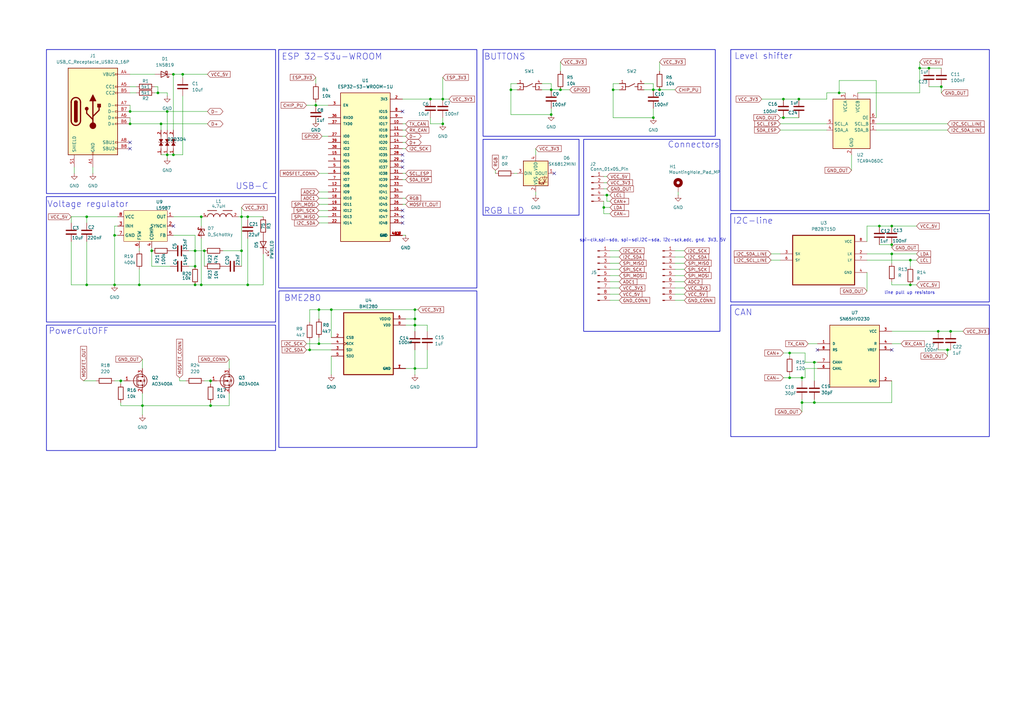
<source format=kicad_sch>
(kicad_sch (version 20231120) (generator "eeschema") (generator_version "8.0")
  (paper "A3")
  (junction (at 57.15 116.84))
  (junction (at 127 143.51))
  (junction (at 373.38 106.68))
  (junction (at 129.54 43.18))
  (junction (at 83.82 102.87))
  (junction (at 99.06 102.87))
  (junction (at 130.81 127))
  (junction (at 80.01 109.22))
  (junction (at 209.55 36.83))
  (junction (at 226.06 36.83))
  (junction (at 49.53 156.21))
  (junction (at 270.51 36.83))
  (junction (at 267.97 48.26))
  (junction (at 386.08 35.56))
  (junction (at 377.19 27.94))
  (junction (at 251.46 36.83))
  (junction (at 328.93 154.94))
  (junction (at 82.55 88.9))
  (junction (at 247.65 85.09))
  (junction (at 74.93 30.48))
  (junction (at 101.6 116.84))
  (junction (at 71.12 30.48))
  (junction (at 99.06 88.9))
  (junction (at 323.85 144.78))
  (junction (at 229.87 36.83))
  (junction (at 181.61 50.8))
  (junction (at 80.01 116.84))
  (junction (at 373.38 116.84))
  (junction (at 365.76 100.33))
  (junction (at 86.36 166.37))
  (junction (at 389.89 135.89))
  (junction (at 86.36 156.21))
  (junction (at 53.34 50.8))
  (junction (at 176.53 40.64))
  (junction (at 226.06 46.99))
  (junction (at 130.81 140.97))
  (junction (at 82.55 116.84))
  (junction (at 360.68 92.71))
  (junction (at 365.76 92.71))
  (junction (at 384.81 135.89))
  (junction (at 365.76 104.14))
  (junction (at 321.31 48.26))
  (junction (at 388.62 143.51))
  (junction (at 101.6 88.9))
  (junction (at 334.01 165.1))
  (junction (at 327.66 40.64))
  (junction (at 248.92 80.01))
  (junction (at 64.77 38.1))
  (junction (at 66.04 50.8))
  (junction (at 46.99 96.52))
  (junction (at 68.58 45.72))
  (junction (at 68.58 63.5))
  (junction (at 170.18 151.13))
  (junction (at 170.18 127))
  (junction (at 35.56 116.84))
  (junction (at 170.18 130.81))
  (junction (at 80.01 102.87))
  (junction (at 58.42 166.37))
  (junction (at 181.61 40.64))
  (junction (at 135.89 127))
  (junction (at 344.17 38.1))
  (junction (at 267.97 36.83))
  (junction (at 46.99 116.84))
  (junction (at 381 27.94))
  (junction (at 71.12 63.5))
  (junction (at 53.34 45.72))
  (junction (at 323.85 154.94))
  (junction (at 334.01 148.59))
  (junction (at 321.31 40.64))
  (junction (at 170.18 133.35))
  (junction (at 35.56 88.9))
  (junction (at 328.93 165.1))
  (junction (at 62.23 102.87))
  (no_connect (at 365.76 143.51))
  (no_connect (at 71.12 92.71))
  (no_connect (at 165.1 63.5))
  (no_connect (at 53.34 58.42))
  (no_connect (at 335.28 143.51))
  (no_connect (at 165.1 86.36))
  (no_connect (at 165.1 88.9))
  (no_connect (at 53.34 60.96))
  (no_connect (at 165.1 66.04))
  (no_connect (at 165.1 68.58))
  (no_connect (at 165.1 45.72))
  (no_connect (at 165.1 91.44))
  (no_connect (at 227.33 71.12))
  (wire (pts (xy 130.81 91.44) (xy 134.62 91.44)))
  (wire (pts (xy 46.99 96.52) (xy 48.26 96.52)))
  (wire (pts (xy 66.04 63.5) (xy 68.58 63.5)))
  (wire (pts (xy 355.6 92.71) (xy 355.6 99.06)))
  (wire (pts (xy 165.1 71.12) (xy 166.37 71.12)))
  (wire (pts (xy 219.71 60.96) (xy 219.71 63.5)))
  (wire (pts (xy 344.17 33.02) (xy 344.17 38.1)))
  (wire (pts (xy 77.47 102.87) (xy 80.01 102.87)))
  (wire (pts (xy 250.19 87.63) (xy 247.65 87.63)))
  (wire (pts (xy 365.76 135.89) (xy 384.81 135.89)))
  (wire (pts (xy 125.73 143.51) (xy 127 143.51)))
  (wire (pts (xy 250.19 102.87) (xy 254 102.87)))
  (wire (pts (xy 35.56 88.9) (xy 48.26 88.9)))
  (wire (pts (xy 248.92 80.01) (xy 250.19 80.01)))
  (wire (pts (xy 86.36 165.1) (xy 86.36 166.37)))
  (wire (pts (xy 93.98 147.32) (xy 93.98 151.13)))
  (wire (pts (xy 339.09 40.64) (xy 339.09 38.1)))
  (wire (pts (xy 99.06 85.09) (xy 99.06 88.9)))
  (wire (pts (xy 62.23 109.22) (xy 69.85 109.22)))
  (wire (pts (xy 360.68 92.71) (xy 365.76 92.71)))
  (wire (pts (xy 254 34.29) (xy 251.46 34.29)))
  (wire (pts (xy 365.76 92.71) (xy 375.92 92.71)))
  (wire (pts (xy 334.01 148.59) (xy 334.01 156.21)))
  (wire (pts (xy 330.2 151.13) (xy 335.28 151.13)))
  (wire (pts (xy 323.85 153.67) (xy 323.85 154.94)))
  (wire (pts (xy 355.6 111.76) (xy 355.6 119.38)))
  (wire (pts (xy 83.82 156.21) (xy 86.36 156.21)))
  (wire (pts (xy 276.86 113.03) (xy 280.67 113.03)))
  (wire (pts (xy 359.41 33.02) (xy 344.17 33.02)))
  (wire (pts (xy 35.56 88.9) (xy 35.56 91.44)))
  (wire (pts (xy 101.6 97.79) (xy 101.6 116.84)))
  (wire (pts (xy 359.41 53.34) (xy 388.62 53.34)))
  (wire (pts (xy 63.5 38.1) (xy 64.77 38.1)))
  (wire (pts (xy 278.13 78.74) (xy 278.13 80.01)))
  (wire (pts (xy 176.53 50.8) (xy 181.61 50.8)))
  (wire (pts (xy 68.58 38.1) (xy 68.58 39.37)))
  (wire (pts (xy 386.08 35.56) (xy 386.08 38.1)))
  (wire (pts (xy 384.81 143.51) (xy 388.62 143.51)))
  (wire (pts (xy 373.38 116.84) (xy 375.92 116.84)))
  (wire (pts (xy 323.85 154.94) (xy 328.93 154.94)))
  (wire (pts (xy 334.01 148.59) (xy 335.28 148.59)))
  (wire (pts (xy 181.61 40.64) (xy 184.15 40.64)))
  (wire (pts (xy 247.65 77.47) (xy 248.92 77.47)))
  (wire (pts (xy 328.93 165.1) (xy 328.93 168.91)))
  (wire (pts (xy 312.42 40.64) (xy 321.31 40.64)))
  (wire (pts (xy 267.97 34.29) (xy 267.97 36.83)))
  (wire (pts (xy 165.1 73.66) (xy 166.37 73.66)))
  (wire (pts (xy 166.37 133.35) (xy 170.18 133.35)))
  (wire (pts (xy 165.1 53.34) (xy 166.37 53.34)))
  (wire (pts (xy 388.62 143.51) (xy 388.62 146.05)))
  (wire (pts (xy 170.18 143.51) (xy 170.18 151.13)))
  (wire (pts (xy 365.76 104.14) (xy 365.76 107.95)))
  (wire (pts (xy 251.46 34.29) (xy 251.46 36.83)))
  (wire (pts (xy 267.97 44.45) (xy 267.97 48.26)))
  (wire (pts (xy 99.06 88.9) (xy 101.6 88.9)))
  (wire (pts (xy 130.81 127) (xy 135.89 127)))
  (wire (pts (xy 226.06 36.83) (xy 229.87 36.83)))
  (wire (pts (xy 175.26 133.35) (xy 175.26 135.89)))
  (wire (pts (xy 86.36 156.21) (xy 86.36 157.48)))
  (wire (pts (xy 68.58 45.72) (xy 68.58 53.34)))
  (wire (pts (xy 46.99 96.52) (xy 46.99 116.84)))
  (wire (pts (xy 127 132.08) (xy 127 127)))
  (wire (pts (xy 130.81 88.9) (xy 134.62 88.9)))
  (wire (pts (xy 330.2 144.78) (xy 330.2 148.59)))
  (wire (pts (xy 101.6 88.9) (xy 107.95 88.9)))
  (wire (pts (xy 381 27.94) (xy 386.08 27.94)))
  (wire (pts (xy 176.53 40.64) (xy 181.61 40.64)))
  (wire (pts (xy 209.55 46.99) (xy 226.06 46.99)))
  (wire (pts (xy 247.65 74.93) (xy 248.92 74.93)))
  (wire (pts (xy 276.86 123.19) (xy 280.67 123.19)))
  (wire (pts (xy 74.93 30.48) (xy 85.09 30.48)))
  (wire (pts (xy 129.54 43.18) (xy 134.62 43.18)))
  (wire (pts (xy 130.81 78.74) (xy 134.62 78.74)))
  (wire (pts (xy 264.16 36.83) (xy 267.97 36.83)))
  (wire (pts (xy 323.85 144.78) (xy 330.2 144.78)))
  (wire (pts (xy 247.65 72.39) (xy 248.92 72.39)))
  (wire (pts (xy 373.38 106.68) (xy 375.92 106.68)))
  (wire (pts (xy 226.06 44.45) (xy 226.06 46.99)))
  (wire (pts (xy 53.34 35.56) (xy 55.88 35.56)))
  (wire (pts (xy 328.93 165.1) (xy 334.01 165.1)))
  (wire (pts (xy 349.25 63.5) (xy 349.25 69.85)))
  (wire (pts (xy 93.98 161.29) (xy 93.98 166.37)))
  (wire (pts (xy 91.44 102.87) (xy 99.06 102.87)))
  (wire (pts (xy 74.93 31.75) (xy 74.93 30.48)))
  (wire (pts (xy 62.23 102.87) (xy 62.23 109.22)))
  (wire (pts (xy 209.55 34.29) (xy 209.55 36.83)))
  (wire (pts (xy 176.53 48.26) (xy 176.53 50.8)))
  (wire (pts (xy 373.38 106.68) (xy 373.38 109.22)))
  (wire (pts (xy 130.81 81.28) (xy 134.62 81.28)))
  (wire (pts (xy 320.04 53.34) (xy 339.09 53.34)))
  (wire (pts (xy 250.19 120.65) (xy 254 120.65)))
  (wire (pts (xy 130.81 86.36) (xy 134.62 86.36)))
  (wire (pts (xy 377.19 27.94) (xy 377.19 38.1)))
  (wire (pts (xy 165.1 83.82) (xy 166.37 83.82)))
  (wire (pts (xy 365.76 156.21) (xy 365.76 165.1)))
  (wire (pts (xy 248.92 80.01) (xy 248.92 82.55)))
  (wire (pts (xy 355.6 104.14) (xy 365.76 104.14)))
  (wire (pts (xy 165.1 55.88) (xy 166.37 55.88)))
  (wire (pts (xy 93.98 166.37) (xy 86.36 166.37)))
  (wire (pts (xy 71.12 88.9) (xy 82.55 88.9)))
  (wire (pts (xy 330.2 154.94) (xy 330.2 151.13)))
  (wire (pts (xy 226.06 34.29) (xy 226.06 36.83)))
  (wire (pts (xy 247.65 85.09) (xy 250.19 85.09)))
  (wire (pts (xy 49.53 166.37) (xy 58.42 166.37)))
  (wire (pts (xy 250.19 118.11) (xy 254 118.11)))
  (wire (pts (xy 334.01 165.1) (xy 365.76 165.1)))
  (wire (pts (xy 127 127) (xy 130.81 127)))
  (wire (pts (xy 276.86 110.49) (xy 280.67 110.49)))
  (wire (pts (xy 165.1 96.52) (xy 166.37 96.52)))
  (wire (pts (xy 77.47 109.22) (xy 80.01 109.22)))
  (wire (pts (xy 222.25 36.83) (xy 226.06 36.83)))
  (wire (pts (xy 320.04 48.26) (xy 321.31 48.26)))
  (wire (pts (xy 276.86 107.95) (xy 280.67 107.95)))
  (wire (pts (xy 170.18 151.13) (xy 170.18 153.67)))
  (wire (pts (xy 229.87 25.4) (xy 229.87 29.21)))
  (wire (pts (xy 58.42 161.29) (xy 58.42 166.37)))
  (wire (pts (xy 170.18 127) (xy 171.45 127)))
  (wire (pts (xy 97.79 88.9) (xy 99.06 88.9)))
  (wire (pts (xy 365.76 115.57) (xy 365.76 116.84)))
  (wire (pts (xy 360.68 100.33) (xy 365.76 100.33)))
  (wire (pts (xy 388.62 143.51) (xy 389.89 143.51)))
  (wire (pts (xy 29.21 88.9) (xy 35.56 88.9)))
  (wire (pts (xy 365.76 116.84) (xy 373.38 116.84)))
  (wire (pts (xy 34.29 156.21) (xy 39.37 156.21)))
  (wire (pts (xy 29.21 88.9) (xy 29.21 91.44)))
  (wire (pts (xy 316.23 106.68) (xy 320.04 106.68)))
  (wire (pts (xy 165.1 58.42) (xy 166.37 58.42)))
  (wire (pts (xy 339.09 38.1) (xy 344.17 38.1)))
  (wire (pts (xy 107.95 116.84) (xy 101.6 116.84)))
  (wire (pts (xy 359.41 48.26) (xy 359.41 33.02)))
  (wire (pts (xy 53.34 45.72) (xy 68.58 45.72)))
  (wire (pts (xy 86.36 166.37) (xy 58.42 166.37)))
  (wire (pts (xy 276.86 115.57) (xy 280.67 115.57)))
  (wire (pts (xy 321.31 154.94) (xy 323.85 154.94)))
  (wire (pts (xy 80.01 102.87) (xy 80.01 109.22)))
  (wire (pts (xy 247.65 82.55) (xy 247.65 85.09)))
  (wire (pts (xy 365.76 104.14) (xy 375.92 104.14)))
  (wire (pts (xy 68.58 45.72) (xy 85.09 45.72)))
  (wire (pts (xy 125.73 43.18) (xy 129.54 43.18)))
  (wire (pts (xy 125.73 140.97) (xy 130.81 140.97)))
  (wire (pts (xy 99.06 88.9) (xy 99.06 102.87)))
  (wire (pts (xy 71.12 30.48) (xy 74.93 30.48)))
  (wire (pts (xy 71.12 30.48) (xy 71.12 53.34)))
  (wire (pts (xy 130.81 71.12) (xy 134.62 71.12)))
  (wire (pts (xy 76.2 156.21) (xy 73.66 156.21)))
  (wire (pts (xy 327.66 40.64) (xy 339.09 40.64)))
  (wire (pts (xy 229.87 36.83) (xy 233.68 36.83)))
  (wire (pts (xy 321.31 144.78) (xy 323.85 144.78)))
  (wire (pts (xy 66.04 50.8) (xy 66.04 53.34)))
  (wire (pts (xy 135.89 146.05) (xy 135.89 153.67)))
  (wire (pts (xy 247.65 85.09) (xy 247.65 87.63)))
  (wire (pts (xy 29.21 99.06) (xy 29.21 116.84)))
  (wire (pts (xy 30.48 71.12) (xy 30.48 68.58)))
  (wire (pts (xy 212.09 34.29) (xy 209.55 34.29)))
  (wire (pts (xy 209.55 36.83) (xy 212.09 36.83)))
  (wire (pts (xy 57.15 116.84) (xy 57.15 110.49)))
  (wire (pts (xy 170.18 135.89) (xy 170.18 133.35)))
  (wire (pts (xy 270.51 25.4) (xy 270.51 29.21)))
  (wire (pts (xy 335.28 140.97) (xy 331.47 140.97)))
  (wire (pts (xy 328.93 163.83) (xy 328.93 165.1)))
  (wire (pts (xy 49.53 165.1) (xy 49.53 166.37)))
  (wire (pts (xy 330.2 148.59) (xy 334.01 148.59)))
  (wire (pts (xy 334.01 163.83) (xy 334.01 165.1)))
  (wire (pts (xy 46.99 156.21) (xy 49.53 156.21)))
  (wire (pts (xy 170.18 127) (xy 170.18 130.81)))
  (wire (pts (xy 250.19 107.95) (xy 254 107.95)))
  (wire (pts (xy 66.04 50.8) (xy 85.09 50.8)))
  (wire (pts (xy 344.17 38.1) (xy 346.71 38.1)))
  (wire (pts (xy 101.6 88.9) (xy 101.6 90.17)))
  (wire (pts (xy 29.21 116.84) (xy 35.56 116.84)))
  (wire (pts (xy 35.56 99.06) (xy 35.56 116.84)))
  (wire (pts (xy 250.19 123.19) (xy 254 123.19)))
  (wire (pts (xy 323.85 144.78) (xy 323.85 146.05)))
  (wire (pts (xy 63.5 35.56) (xy 64.77 35.56)))
  (wire (pts (xy 99.06 102.87) (xy 99.06 109.22)))
  (wire (pts (xy 328.93 154.94) (xy 328.93 156.21)))
  (wire (pts (xy 127 139.7) (xy 127 143.51)))
  (wire (pts (xy 165.1 60.96) (xy 166.37 60.96)))
  (wire (pts (xy 175.26 151.13) (xy 175.26 143.51)))
  (wire (pts (xy 127 143.51) (xy 135.89 143.51)))
  (wire (pts (xy 129.54 50.8) (xy 129.54 49.53)))
  (wire (pts (xy 64.77 35.56) (xy 64.77 38.1)))
  (wire (pts (xy 170.18 130.81) (xy 170.18 133.35)))
  (wire (pts (xy 49.53 156.21) (xy 49.53 157.48)))
  (wire (pts (xy 53.34 48.26) (xy 53.34 50.8)))
  (wire (pts (xy 276.86 118.11) (xy 280.67 118.11)))
  (wire (pts (xy 181.61 31.75) (xy 181.61 40.64)))
  (wire (pts (xy 276.86 105.41) (xy 280.67 105.41)))
  (wire (pts (xy 359.41 50.8) (xy 388.62 50.8)))
  (wire (pts (xy 135.89 138.43) (xy 135.89 127)))
  (wire (pts (xy 165.1 40.64) (xy 176.53 40.64)))
  (wire (pts (xy 46.99 92.71) (xy 46.99 96.52)))
  (wire (pts (xy 181.61 50.8) (xy 181.61 48.26)))
  (wire (pts (xy 53.34 43.18) (xy 53.34 45.72)))
  (wire (pts (xy 68.58 63.5) (xy 68.58 64.77)))
  (wire (pts (xy 219.71 78.74) (xy 219.71 80.01)))
  (wire (pts (xy 351.79 38.1) (xy 377.19 38.1)))
  (wire (pts (xy 80.01 102.87) (xy 83.82 102.87)))
  (wire (pts (xy 166.37 151.13) (xy 170.18 151.13)))
  (wire (pts (xy 166.37 130.81) (xy 170.18 130.81)))
  (wire (pts (xy 250.19 110.49) (xy 254 110.49)))
  (wire (pts (xy 53.34 38.1) (xy 55.88 38.1)))
  (wire (pts (xy 251.46 48.26) (xy 267.97 48.26)))
  (wire (pts (xy 321.31 48.26) (xy 327.66 48.26)))
  (wire (pts (xy 377.19 27.94) (xy 381 27.94)))
  (wire (pts (xy 130.81 140.97) (xy 135.89 140.97)))
  (wire (pts (xy 82.55 97.79) (xy 82.55 116.84)))
  (wire (pts (xy 73.66 156.21) (xy 73.66 154.94)))
  (wire (pts (xy 129.54 31.75) (xy 129.54 34.29)))
  (wire (pts (xy 381 35.56) (xy 386.08 35.56)))
  (wire (pts (xy 107.95 104.14) (xy 107.95 116.84)))
  (wire (pts (xy 276.86 120.65) (xy 280.67 120.65)))
  (wire (pts (xy 68.58 38.1) (xy 64.77 38.1)))
  (wire (pts (xy 250.19 115.57) (xy 254 115.57)))
  (wire (pts (xy 355.6 106.68) (xy 373.38 106.68)))
  (wire (pts (xy 74.93 63.5) (xy 71.12 63.5)))
  (wire (pts (xy 270.51 36.83) (xy 276.86 36.83)))
  (wire (pts (xy 132.08 55.88) (xy 134.62 55.88)))
  (wire (pts (xy 135.89 127) (xy 170.18 127)))
  (wire (pts (xy 48.26 92.71) (xy 46.99 92.71)))
  (wire (pts (xy 355.6 92.71) (xy 360.68 92.71)))
  (wire (pts (xy 250.19 82.55) (xy 248.92 82.55)))
  (wire (pts (xy 130.81 83.82) (xy 134.62 83.82)))
  (wire (pts (xy 250.19 105.41) (xy 254 105.41)))
  (wire (pts (xy 46.99 116.84) (xy 35.56 116.84)))
  (wire (pts (xy 58.42 166.37) (xy 58.42 170.18)))
  (wire (pts (xy 276.86 102.87) (xy 280.67 102.87)))
  (wire (pts (xy 251.46 36.83) (xy 254 36.83)))
  (wire (pts (xy 267.97 36.83) (xy 270.51 36.83)))
  (wire (pts (xy 170.18 133.35) (xy 175.26 133.35)))
  (wire (pts (xy 83.82 102.87) (xy 83.82 109.22)))
  (wire (pts (xy 222.25 34.29) (xy 226.06 34.29)))
  (wire (pts (xy 250.19 113.03) (xy 254 113.03)))
  (wire (pts (xy 170.18 151.13) (xy 175.26 151.13)))
  (wire (pts (xy 74.93 39.37) (xy 74.93 63.5)))
  (wire (pts (xy 321.31 40.64) (xy 327.66 40.64)))
  (wire (pts (xy 320.04 50.8) (xy 339.09 50.8)))
  (wire (pts (xy 210.82 71.12) (xy 212.09 71.12)))
  (wire (pts (xy 365.76 100.33) (xy 365.76 101.6)))
  (wire (pts (xy 53.34 50.8) (xy 66.04 50.8)))
  (wire (pts (xy 46.99 116.84) (xy 57.15 116.84)))
  (wire (pts (xy 165.1 81.28) (xy 166.37 81.28)))
  (wire (pts (xy 209.55 36.83) (xy 209.55 46.99)))
  (wire (pts (xy 377.19 25.4) (xy 377.19 27.94)))
  (wire (pts (xy 129.54 41.91) (xy 129.54 43.18)))
  (wire (pts (xy 130.81 130.81) (xy 130.81 127)))
  (wire (pts (xy 49.53 156.21) (xy 50.8 156.21)))
  (wire (pts (xy 53.34 30.48) (xy 63.5 30.48)))
  (wire (pts (xy 38.1 71.12) (xy 38.1 68.58)))
  (wire (pts (xy 130.81 138.43) (xy 130.81 140.97)))
  (wire (pts (xy 328.93 154.94) (xy 330.2 154.94)))
  (wire (pts (xy 62.23 101.6) (xy 62.23 102.87)))
  (wire (pts (xy 389.89 135.89) (xy 394.97 135.89)))
  (wire (pts (xy 58.42 147.32) (xy 58.42 151.13)))
  (wire (pts (xy 80.01 96.52) (xy 71.12 96.52)))
  (wire (pts (xy 384.81 135.89) (xy 389.89 135.89)))
  (wire (pts (xy 57.15 116.84) (xy 80.01 116.84)))
  (wire (pts (xy 82.55 88.9) (xy 82.55 92.71)))
  (wire (pts (xy 80.01 96.52) (xy 80.01 102.87)))
  (wire (pts (xy 57.15 101.6) (xy 57.15 102.87)))
  (wire (pts (xy 251.46 36.83) (xy 251.46 48.26)))
  (wire (pts (xy 68.58 63.5) (xy 71.12 63.5)))
  (wire (pts (xy 264.16 34.29) (xy 267.97 34.29)))
  (wire (pts (xy 165.1 50.8) (xy 166.37 50.8)))
  (wire (pts (xy 101.6 116.84) (xy 82.55 116.84)))
  (wire (pts (xy 365.76 140.97) (xy 369.57 140.97)))
  (wire (pts (xy 80.01 116.84) (xy 82.55 116.84)))
  (wire (pts (xy 203.2 69.85) (xy 203.2 71.12)))
  (wire (pts (xy 316.23 104.14) (xy 320.04 104.14)))
  (wire (pts (xy 247.65 80.01) (xy 248.92 80.01)))
  (rectangle (start 114.3565 119.3101) (end 195.58 183.515) (stroke (width 0.254)))
  (rectangle (start 299.72 20.32) (end 405.765 86.36) (stroke (width 0.254)))
  (rectangle (start 198.12 20.32) (end 293.37 55.88) (stroke (width 0.254)))
  (rectangle (start 299.72 125.095) (end 405.765 179.07) (stroke (width 0.254)))
  (rectangle (start 239.395 57.15) (end 295.275 135.89) (stroke (width 0.254)))
  (rectangle (start 299.72 87.63) (end 405.765 123.825) (stroke (width 0.254)))
  (rectangle (start 19.05 133.35) (end 113.03 184.785) (stroke (width 0.254)))
  (rectangle (start 19.05 20.32) (end 113.03 79.375) (stroke (width 0.254)))
  (rectangle (start 19.05 80.645) (end 113.03 132.08) (stroke (width 0.254)))
  (rectangle (start 198.12 57.15) (end 237.49 88.265) (stroke (width 0.254)))
  (rectangle (start 114.3 20.32) (end 195.58 118.11) (stroke (width 0.254)))
  (text "Connectors\n" (at 284.48 59.436 0) (effects (font (size 2.54 2.54))))
  (text "Level shifter\n\n" (at 313.182 25.146 0) (effects (font (size 2.54 2.54))))
  (text "CAN\n" (at 304.8 128.27 0) (effects (font (size 2.54 2.54))))
  (text "BME280" (at 124.1355 122.3581 0) (effects (font (size 2.54 2.54))))
  (text "line pull up resistors\n" (at 373.126 120.142 0) (effects (font (size 1.27 1.27))))
  (text "Voltage regulator\n" (at 36.068 83.82 0) (effects (font (size 2.54 2.54))))
  (text "USB-C\n" (at 103.378 76.454 0) (effects (font (size 2.54 2.54))))
  (text "spi-clk,spi-sdo, spi-sdi,i2C-sda, i2c-sck,adc, gnd, 3V3, 5V\n" (at 267.716 98.552 0) (effects (font (size 1.27 1.27))))
  (text "RGB LED\n" (at 206.756 86.614 0) (effects (font (size 2.54 2.54))))
  (text "PowerCutOFF\n" (at 32.258 135.89 0) (effects (font (size 2.54 2.54))))
  (text "ESP 32-S3u-WROOM" (at 136.144 23.368 0) (effects (font (size 2.54 2.54))))
  (text "BUTTONS\n" (at 207.01 23.368 0) (effects (font (size 2.54 2.54))))
  (text "I2C-line\n" (at 308.864 90.678 0) (effects (font (size 2.54 2.54))))
  (global_label "GND_OUT" (shape input) (at 328.93 168.91 180) (property "Intersheetrefs" "${INTERSHEET_REFS}" (effects (hide yes))))
  (global_label "VCC_3V3" (shape input) (at 254 118.11 0) (property "Intersheetrefs" "${INTERSHEET_REFS}" (effects (hide yes))))
  (global_label "LDA" (shape input) (at 250.19 85.09 0) (property "Intersheetrefs" "${INTERSHEET_REFS}" (effects (hide yes))))
  (global_label "MOSFET_CONN" (shape input) (at 73.66 154.94 90) (property "Intersheetrefs" "${INTERSHEET_REFS}" (effects (hide yes))))
  (global_label "I2C_SDA" (shape input) (at 254 105.41 0) (property "Intersheetrefs" "${INTERSHEET_REFS}" (effects (hide yes))))
  (global_label "SPI_SCK" (shape input) (at 254 110.49 0) (property "Intersheetrefs" "${INTERSHEET_REFS}" (effects (hide yes))))
  (global_label "GND_CONN" (shape input) (at 93.98 147.32 180) (property "Intersheetrefs" "${INTERSHEET_REFS}" (effects (hide yes))))
  (global_label "GND_OUT" (shape input) (at 248.92 77.47 0) (property "Intersheetrefs" "${INTERSHEET_REFS}" (effects (hide yes))))
  (global_label "VCC_3V3" (shape input) (at 99.06 85.09 0) (property "Intersheetrefs" "${INTERSHEET_REFS}" (effects (hide yes))))
  (global_label "RGB" (shape input) (at 203.2 69.85 90) (property "Intersheetrefs" "${INTERSHEET_REFS}" (effects (hide yes))))
  (global_label "MOSFET_OUT" (shape input) (at 34.29 156.21 90) (property "Intersheetrefs" "${INTERSHEET_REFS}" (effects (hide yes))))
  (global_label "GND_OUT" (shape input) (at 388.62 146.05 180) (property "Intersheetrefs" "${INTERSHEET_REFS}" (effects (hide yes))))
  (global_label "I2C_SDA_LINE" (shape input) (at 388.62 53.34 0) (property "Intersheetrefs" "${INTERSHEET_REFS}" (effects (hide yes))))
  (global_label "VCC_3V3" (shape input) (at 184.15 40.64 0) (property "Intersheetrefs" "${INTERSHEET_REFS}" (effects (hide yes))))
  (global_label "VCC_3V3" (shape input) (at 270.51 25.4 0) (property "Intersheetrefs" "${INTERSHEET_REFS}" (effects (hide yes))))
  (global_label "VCC_5V" (shape input) (at 85.09 30.48 0) (property "Intersheetrefs" "${INTERSHEET_REFS}" (effects (hide yes))))
  (global_label "ADC2" (shape input) (at 130.81 78.74 180) (property "Intersheetrefs" "${INTERSHEET_REFS}" (effects (hide yes))))
  (global_label "D-" (shape bidirectional) (at 166.37 55.88 0) (property "Intersheetrefs" "${INTERSHEET_REFS}" (effects (hide yes))))
  (global_label "VCC_3V3" (shape input) (at 171.45 127 0) (property "Intersheetrefs" "${INTERSHEET_REFS}" (effects (hide yes))))
  (global_label "VCC_5V" (shape input) (at 375.92 116.84 0) (property "Intersheetrefs" "${INTERSHEET_REFS}" (effects (hide yes))))
  (global_label "I2C_SDA" (shape input) (at 280.67 105.41 0) (property "Intersheetrefs" "${INTERSHEET_REFS}" (effects (hide yes))))
  (global_label "RGB" (shape input) (at 166.37 81.28 0) (property "Intersheetrefs" "${INTERSHEET_REFS}" (effects (hide yes))))
  (global_label "D+" (shape bidirectional) (at 166.37 58.42 0) (property "Intersheetrefs" "${INTERSHEET_REFS}" (effects (hide yes))))
  (global_label "GND_OUT" (shape input) (at 365.76 101.6 0) (property "Intersheetrefs" "${INTERSHEET_REFS}" (effects (hide yes))))
  (global_label "I2C_SDA" (shape input) (at 125.73 143.51 180) (property "Intersheetrefs" "${INTERSHEET_REFS}" (effects (hide yes))))
  (global_label "CAN-" (shape input) (at 250.19 87.63 0) (property "Intersheetrefs" "${INTERSHEET_REFS}" (effects (hide yes))))
  (global_label "CAN-" (shape input) (at 321.31 154.94 180) (property "Intersheetrefs" "${INTERSHEET_REFS}" (effects (hide yes))))
  (global_label "GND_OUT" (shape input) (at 320.04 48.26 180) (property "Intersheetrefs" "${INTERSHEET_REFS}" (effects (hide yes))))
  (global_label "GPIO0" (shape input) (at 233.68 36.83 0) (property "Intersheetrefs" "${INTERSHEET_REFS}" (effects (hide yes))))
  (global_label "GND_OUT" (shape input) (at 58.42 147.32 180) (property "Intersheetrefs" "${INTERSHEET_REFS}" (effects (hide yes))))
  (global_label "VCC_3V3" (shape input) (at 394.97 135.89 0) (property "Intersheetrefs" "${INTERSHEET_REFS}" (effects (hide yes))))
  (global_label "VCC_3V3" (shape input) (at 229.87 25.4 0) (property "Intersheetrefs" "${INTERSHEET_REFS}" (effects (hide yes))))
  (global_label "ADC2" (shape input) (at 280.67 115.57 0) (property "Intersheetrefs" "${INTERSHEET_REFS}" (effects (hide yes))))
  (global_label "GND_CONN" (shape input) (at 280.67 123.19 0) (property "Intersheetrefs" "${INTERSHEET_REFS}" (effects (hide yes))))
  (global_label "GPIO0" (shape input) (at 132.08 55.88 180) (property "Intersheetrefs" "${INTERSHEET_REFS}" (effects (hide yes))))
  (global_label "VCC_3V3" (shape input) (at 248.92 74.93 0) (property "Intersheetrefs" "${INTERSHEET_REFS}" (effects (hide yes))))
  (global_label "SCL_ESP" (shape input) (at 320.04 50.8 180) (property "Intersheetrefs" "${INTERSHEET_REFS}" (effects (hide yes))))
  (global_label "RX_CAN" (shape input) (at 166.37 53.34 0) (property "Intersheetrefs" "${INTERSHEET_REFS}" (effects (hide yes))))
  (global_label "I2C_SCK" (shape input) (at 166.37 60.96 0) (property "Intersheetrefs" "${INTERSHEET_REFS}" (effects (hide yes))))
  (global_label "I2C_SCK" (shape input) (at 280.67 102.87 0) (property "Intersheetrefs" "${INTERSHEET_REFS}" (effects (hide yes))))
  (global_label "SPI_MISO" (shape input) (at 130.81 88.9 180) (property "Intersheetrefs" "${INTERSHEET_REFS}" (effects (hide yes))))
  (global_label "ESP_3V3" (shape input) (at 129.54 31.75 180) (property "Intersheetrefs" "${INTERSHEET_REFS}" (effects (hide yes))))
  (global_label "VCC_3V3" (shape input) (at 280.67 118.11 0) (property "Intersheetrefs" "${INTERSHEET_REFS}" (effects (hide yes))))
  (global_label "SDA_ESP" (shape input) (at 320.04 53.34 180) (property "Intersheetrefs" "${INTERSHEET_REFS}" (effects (hide yes))))
  (global_label "I2C_SCK" (shape input) (at 254 102.87 0) (property "Intersheetrefs" "${INTERSHEET_REFS}" (effects (hide yes))))
  (global_label "D-" (shape bidirectional) (at 85.09 45.72 0) (property "Intersheetrefs" "${INTERSHEET_REFS}" (effects (hide yes))))
  (global_label "LCL" (shape input) (at 375.92 106.68 0) (property "Intersheetrefs" "${INTERSHEET_REFS}" (effects (hide yes))))
  (global_label "SCL_ESP" (shape input) (at 166.37 71.12 0) (property "Intersheetrefs" "${INTERSHEET_REFS}" (effects (hide yes))))
  (global_label "GND_OUT" (shape input) (at 386.08 38.1 0) (property "Intersheetrefs" "${INTERSHEET_REFS}" (effects (hide yes))))
  (global_label "VCC_3V3" (shape input) (at 312.42 40.64 180) (property "Intersheetrefs" "${INTERSHEET_REFS}" (effects (hide yes))))
  (global_label "LCL" (shape input) (at 250.19 80.01 0) (property "Intersheetrefs" "${INTERSHEET_REFS}" (effects (hide yes))))
  (global_label "ADC1" (shape input) (at 130.81 81.28 180) (property "Intersheetrefs" "${INTERSHEET_REFS}" (effects (hide yes))))
  (global_label "VCC_5V" (shape input) (at 280.67 120.65 0) (property "Intersheetrefs" "${INTERSHEET_REFS}" (effects (hide yes))))
  (global_label "SPI_MISO" (shape input) (at 280.67 107.95 0) (property "Intersheetrefs" "${INTERSHEET_REFS}" (effects (hide yes))))
  (global_label "RX_CAN" (shape input) (at 369.57 140.97 0) (property "Intersheetrefs" "${INTERSHEET_REFS}" (effects (hide yes))))
  (global_label "LDA" (shape input) (at 375.92 104.14 0) (property "Intersheetrefs" "${INTERSHEET_REFS}" (effects (hide yes))))
  (global_label "GND_CONN" (shape input) (at 254 123.19 0) (property "Intersheetrefs" "${INTERSHEET_REFS}" (effects (hide yes))))
  (global_label "VCC_5V" (shape input) (at 29.21 88.9 180) (property "Intersheetrefs" "${INTERSHEET_REFS}" (effects (hide yes))))
  (global_label "I2C_SCL_LINE" (shape input) (at 388.62 50.8 0) (property "Intersheetrefs" "${INTERSHEET_REFS}" (effects (hide yes))))
  (global_label "VCC_3V3" (shape input) (at 219.71 60.96 0) (property "Intersheetrefs" "${INTERSHEET_REFS}" (effects (hide yes))))
  (global_label "I2C_SCK" (shape input) (at 125.73 140.97 180) (property "Intersheetrefs" "${INTERSHEET_REFS}" (effects (hide yes))))
  (global_label "TX_CAN" (shape input) (at 331.47 140.97 180) (property "Intersheetrefs" "${INTERSHEET_REFS}" (effects (hide yes))))
  (global_label "I2C_SDA_LINE" (shape input) (at 316.23 104.14 180) (property "Intersheetrefs" "${INTERSHEET_REFS}" (effects (hide yes))))
  (global_label "SPI_MISO" (shape input) (at 254 107.95 0) (property "Intersheetrefs" "${INTERSHEET_REFS}" (effects (hide yes))))
  (global_label "I2C_SCL_LINE" (shape input) (at 316.23 106.68 180) (property "Intersheetrefs" "${INTERSHEET_REFS}" (effects (hide yes))))
  (global_label "SDA_ESP" (shape input) (at 166.37 73.66 0) (property "Intersheetrefs" "${INTERSHEET_REFS}" (effects (hide yes))))
  (global_label "CAN+" (shape input) (at 321.31 144.78 180) (property "Intersheetrefs" "${INTERSHEET_REFS}" (effects (hide yes))))
  (global_label "ADC1" (shape input) (at 254 115.57 0) (property "Intersheetrefs" "${INTERSHEET_REFS}" (effects (hide yes))))
  (global_label "D+" (shape bidirectional) (at 85.09 50.8 0) (property "Intersheetrefs" "${INTERSHEET_REFS}" (effects (hide yes))))
  (global_label "I2C_SDA" (shape input) (at 130.81 91.44 180) (property "Intersheetrefs" "${INTERSHEET_REFS}" (effects (hide yes))))
  (global_label "VCC_5V" (shape input) (at 248.92 72.39 0) (property "Intersheetrefs" "${INTERSHEET_REFS}" (effects (hide yes))))
  (global_label "VCC_5V" (shape input) (at 254 120.65 0) (property "Intersheetrefs" "${INTERSHEET_REFS}" (effects (hide yes))))
  (global_label "CHIP_PU" (shape input) (at 276.86 36.83 0) (property "Intersheetrefs" "${INTERSHEET_REFS}" (effects (hide yes))))
  (global_label "SPI_SCK" (shape input) (at 280.67 110.49 0) (property "Intersheetrefs" "${INTERSHEET_REFS}" (effects (hide yes))))
  (global_label "SPI_MOSI" (shape input) (at 130.81 83.82 180) (property "Intersheetrefs" "${INTERSHEET_REFS}" (effects (hide yes))))
  (global_label "GND_OUT" (shape input) (at 349.25 69.85 180) (property "Intersheetrefs" "${INTERSHEET_REFS}" (effects (hide yes))))
  (global_label "SPI_SCK" (shape input) (at 130.81 86.36 180) (property "Intersheetrefs" "${INTERSHEET_REFS}" (effects (hide yes))))
  (global_label "MOSFET_CONN" (shape input) (at 130.81 71.12 180) (property "Intersheetrefs" "${INTERSHEET_REFS}" (effects (hide yes))))
  (global_label "MOSFET_OUT" (shape input) (at 166.37 83.82 0) (property "Intersheetrefs" "${INTERSHEET_REFS}" (effects (hide yes))))
  (global_label "GND_OUT" (shape input) (at 355.6 119.38 180) (property "Intersheetrefs" "${INTERSHEET_REFS}" (effects (hide yes))))
  (global_label "TX_CAN" (shape input) (at 166.37 50.8 0) (property "Intersheetrefs" "${INTERSHEET_REFS}" (effects (hide yes))))
  (global_label "SPI_MOSI" (shape input) (at 280.67 113.03 0) (property "Intersheetrefs" "${INTERSHEET_REFS}" (effects (hide yes))))
  (global_label "VCC_5V" (shape input) (at 377.19 25.4 0) (property "Intersheetrefs" "${INTERSHEET_REFS}" (effects (hide yes))))
  (global_label "SPI_MOSI" (shape input) (at 254 113.03 0) (property "Intersheetrefs" "${INTERSHEET_REFS}" (effects (hide yes))))
  (global_label "ESP_3V3" (shape input) (at 181.61 31.75 0) (property "Intersheetrefs" "${INTERSHEET_REFS}" (effects (hide yes))))
  (global_label "VCC_5V" (shape input) (at 375.92 92.71 0) (property "Intersheetrefs" "${INTERSHEET_REFS}" (effects (hide yes))))
  (global_label "CHIP_PU" (shape input) (at 125.73 43.18 180) (property "Intersheetrefs" "${INTERSHEET_REFS}" (effects (hide yes))))
  (global_label "CAN+" (shape input) (at 250.19 82.55 0) (property "Intersheetrefs" "${INTERSHEET_REFS}" (effects (hide yes))))
  (symbol (lib_id "Device:C") (at 321.31 44.45 180) (unit 1)
    (property "Reference" "C16" (at 314.96 42.672 0) (effects (justify right)))
    (property "Value" "100nF" (at 312.928 45.72 0) (effects (justify right)))
    (property "Footprint" "Capacitor_SMD:C_0603_1608Metric_Pad1.08x0.95mm_HandSolder" (effects (hide yes)))
    (property "Description" "Unpolarized capacitor" (effects (hide yes)))
  )
  (symbol (lib_id "Device:C") (at 386.08 31.75 0) (unit 1)
    (property "Reference" "C11" (at 389.89 30.4799 0) (effects (justify left)))
    (property "Value" "100nF" (at 389.89 33.0199 0) (effects (justify left)))
    (property "Footprint" "Capacitor_SMD:C_0603_1608Metric_Pad1.08x0.95mm_HandSolder" (effects (hide yes)))
    (property "Description" "Unpolarized capacitor" (effects (hide yes)))
  )
  (symbol (lib_id "Device:C") (at 29.21 95.25 0) (unit 1)
    (property "Reference" "C3" (at 29.718 93.472 0) (effects (justify left)))
    (property "Value" "10uF" (at 29.464 97.536 0) (effects (justify left)))
    (property "Footprint" "Capacitor_SMD:C_0603_1608Metric_Pad1.08x0.95mm_HandSolder" (effects (hide yes)))
    (property "Description" "Unpolarized capacitor" (effects (hide yes)))
  )
  (symbol (lib_id "power:GND") (at 68.58 64.77 0) (unit 1)
    (property "Reference" "#PWR04" (effects (hide yes)))
    (property "Value" "GND" (at 68.58 69.85 0))
    (property "Description" "Power symbol creates a global label with name \"GND\" , ground" (effects (hide yes)))
  )
  (symbol (lib_id "power:GND") (at 219.71 80.01 0) (unit 1)
    (property "Reference" "#PWR013" (effects (hide yes)))
    (property "Value" "GND" (at 219.71 85.09 0))
    (property "Description" "Power symbol creates a global label with name \"GND\" , ground" (effects (hide yes)))
  )
  (symbol (lib_id "Device:C") (at 73.66 102.87 90) (unit 1)
    (property "Reference" "C5" (at 71.628 102.362 0) (effects (justify left)))
    (property "Value" "33nF" (at 75.946 102.616 0) (effects (justify left)))
    (property "Footprint" "Capacitor_SMD:C_0603_1608Metric_Pad1.08x0.95mm_HandSolder" (effects (hide yes)))
    (property "Description" "Unpolarized capacitor" (effects (hide yes)))
  )
  (symbol (lib_id "Connector:Conn_01x09_Pin") (at 245.11 113.03 0) (unit 1)
    (property "Reference" "J5" (at 243.586 111.76 0))
    (property "Value" "Conn_01x09_Pin" (effects (hide yes)))
    (property "Footprint" "Connector_PinHeader_2.54mm:PinHeader_1x09_P2.54mm_Vertical" (effects (hide yes)))
    (property "Description" "Generic connector, single row, 01x09, script generated" (effects (hide yes)))
  )
  (symbol (lib_id "Device:R") (at 87.63 109.22 90) (unit 1)
    (property "Reference" "R23" (at 86.106 114.554 0) (effects (justify left)))
    (property "Value" "10k" (at 88.646 114.554 0) (effects (justify left)))
    (property "Footprint" "Resistor_SMD:R_0603_1608Metric_Pad0.98x0.95mm_HandSolder" (effects (hide yes)))
    (property "Description" "Resistor" (effects (hide yes)))
  )
  (symbol (lib_id "power:GND") (at 170.18 153.67 0) (unit 1)
    (property "Reference" "#PWR014" (effects (hide yes)))
    (property "Value" "GND" (at 170.18 158.75 0))
    (property "Description" "Power symbol creates a global label with name \"GND\" , ground" (effects (hide yes)))
  )
  (symbol (lib_id "Device:C") (at 226.06 40.64 0) (unit 1)
    (property "Reference" "C9" (at 226.568 38.608 0) (effects (justify left)))
    (property "Value" "100nF" (at 226.314 42.926 0) (effects (justify left)))
    (property "Footprint" "Capacitor_SMD:C_0603_1608Metric_Pad1.08x0.95mm_HandSolder" (effects (hide yes)))
    (property "Description" "Unpolarized capacitor" (effects (hide yes)))
  )
  (symbol (lib_id "Device:C") (at 35.56 95.25 0) (unit 1)
    (property "Reference" "C2" (at 36.068 93.218 0) (effects (justify left)))
    (property "Value" "220nF" (at 35.814 97.536 0) (effects (justify left)))
    (property "Footprint" "Capacitor_SMD:C_0603_1608Metric_Pad1.08x0.95mm_HandSolder" (effects (hide yes)))
    (property "Description" "Unpolarized capacitor" (effects (hide yes)))
  )
  (symbol (lib_id "Transistor_FET:AO3400A") (at 55.88 156.21 0) (unit 1)
    (property "Reference" "Q2" (at 62.23 154.9399 0) (effects (justify left)))
    (property "Value" "AO3400A" (at 62.23 157.4799 0) (effects (justify left)))
    (property "Footprint" "Package_TO_SOT_SMD:SOT-23" (effects (hide yes)))
    (property "Datasheet" "http://www.aosmd.com/pdfs/datasheet/AO3400A.pdf" (effects (hide yes)))
    (property "Description" "30V Vds, 5.7A Id, N-Channel MOSFET, SOT-23" (effects (hide yes)))
  )
  (symbol (lib_id "Device:R") (at 207.01 71.12 90) (unit 1)
    (property "Reference" "R7" (at 207.01 64.77 90))
    (property "Value" "0R" (at 207.01 67.31 90))
    (property "Footprint" "Resistor_SMD:R_0603_1608Metric_Pad0.98x0.95mm_HandSolder" (effects (hide yes)))
    (property "Description" "Resistor" (effects (hide yes)))
  )
  (symbol (lib_id "Device:R") (at 107.95 92.71 180) (unit 1)
    (property "Reference" "R3" (at 110.236 92.71 90))
    (property "Value" "75" (at 107.95 92.71 90))
    (property "Footprint" "Resistor_SMD:R_0603_1608Metric_Pad0.98x0.95mm_HandSolder" (effects (hide yes)))
    (property "Description" "Resistor" (effects (hide yes)))
  )
  (symbol (lib_id "Device:R") (at 229.87 33.02 0) (unit 1)
    (property "Reference" "R5" (at 232.41 31.7499 0) (effects (justify left)))
    (property "Value" "10k" (at 232.41 34.2899 0) (effects (justify left)))
    (property "Footprint" "Resistor_SMD:R_0603_1608Metric_Pad0.98x0.95mm_HandSolder" (effects (hide yes)))
    (property "Description" "Resistor" (effects (hide yes)))
  )
  (symbol (lib_id "Device:C") (at 334.01 160.02 0) (unit 1)
    (property "Reference" "C19" (at 336.804 158.496 0) (effects (justify left)))
    (property "Value" "30pF" (at 336.804 161.036 0) (effects (justify left)))
    (property "Footprint" "Capacitor_SMD:C_0603_1608Metric_Pad1.08x0.95mm_HandSolder" (effects (hide yes)))
    (property "Description" "Unpolarized capacitor" (effects (hide yes)))
  )
  (symbol (lib_id "Device:C") (at 381 31.75 180) (unit 1)
    (property "Reference" "C23" (at 380.492 33.528 0) (effects (justify left)))
    (property "Value" "1uf" (at 380.746 29.464 0) (effects (justify left)))
    (property "Footprint" "Capacitor_SMD:C_0603_1608Metric_Pad1.08x0.95mm_HandSolder" (effects (hide yes)))
    (property "Description" "Unpolarized capacitor" (effects (hide yes)))
  )
  (symbol (lib_id "LESD5D5.0CT1G:LESD5D5.0CT1G") (at 66.04 58.42 90) (unit 1)
    (property "Reference" "D2" (at 68.58 57.1499 90) (effects (justify right)))
    (property "Value" "LESD5D5.0CT1G" (effects (hide yes)))
    (property "Footprint" "LESD5D5.0CT1G:TVS_LESD5D5.0CT1G" (effects (hide yes)))
    (property "MF" "Leshan Radio Co." (effects (hide yes)))
    (property "MAXIMUM_PACKAGE_HEIGHT" "0.7 mm" (effects (hide yes)))
    (property "Package" "None" (effects (hide yes)))
    (property "Price" "None" (effects (hide yes)))
    (property "Check_prices" "https://www.snapeda.com/parts/LESD5D5.0CT1G/Leshan+Radio+Co./view-part/?ref=eda" (effects (hide yes)))
    (property "STANDARD" "Manufacturer Recommendations" (effects (hide yes)))
    (property "PARTREV" "O" (effects (hide yes)))
    (property "SnapEDA_Link" "https://www.snapeda.com/parts/LESD5D5.0CT1G/Leshan+Radio+Co./view-part/?ref=snap" (effects (hide yes)))
    (property "MP" "LESD5D5.0CT1G" (effects (hide yes)))
    (property "Description_1" "\nTransient Voltage Suppressors for ESD Protection\n" (effects (hide yes)))
    (property "Availability" "In Stock" (effects (hide yes)))
    (property "MANUFACTURER" "LRC" (effects (hide yes)))
  )
  (symbol (lib_id "Device:R") (at 323.85 149.86 0) (unit 1)
    (property "Reference" "R15" (at 326.39 148.5899 0) (effects (justify left)))
    (property "Value" "120" (at 326.39 151.1299 0) (effects (justify left)))
    (property "Footprint" "Resistor_SMD:R_0603_1608Metric_Pad0.98x0.95mm_HandSolder" (effects (hide yes)))
    (property "Description" "Resistor" (effects (hide yes)))
  )
  (symbol (lib_id "power:GND") (at 226.06 46.99 0) (unit 1)
    (property "Reference" "#PWR011" (effects (hide yes)))
    (property "Value" "GND" (at 226.06 52.07 0))
    (property "Description" "Power symbol creates a global label with name \"GND\" , ground" (effects (hide yes)))
  )
  (symbol (lib_id "Device:R") (at 59.69 35.56 90) (unit 1)
    (property "Reference" "R1" (at 59.69 33.274 90))
    (property "Value" "5k1" (at 59.69 35.56 90))
    (property "Footprint" "Resistor_SMD:R_0603_1608Metric_Pad0.98x0.95mm_HandSolder" (effects (hide yes)))
    (property "Description" "Resistor" (effects (hide yes)))
  )
  (symbol (lib_id "Device:R") (at 130.81 134.62 0) (unit 1)
    (property "Reference" "R8" (at 132.334 133.35 0) (effects (justify left)))
    (property "Value" "4k7" (at 132.08 135.89 0) (effects (justify left)))
    (property "Footprint" "Resistor_SMD:R_0603_1608Metric_Pad0.98x0.95mm_HandSolder" (effects (hide yes)))
    (property "Description" "Resistor" (effects (hide yes)))
  )
  (symbol (lib_id "Device:R") (at 49.53 161.29 0) (unit 1)
    (property "Reference" "R16" (at 52.07 160.0199 0) (effects (justify left)))
    (property "Value" "10k" (at 52.07 162.5599 0) (effects (justify left)))
    (property "Footprint" "Resistor_SMD:R_0603_1608Metric_Pad0.98x0.95mm_HandSolder" (effects (hide yes)))
    (property "Description" "Resistor" (effects (hide yes)))
  )
  (symbol (lib_id "Device:C") (at 176.53 44.45 0) (unit 1)
    (property "Reference" "C6" (at 173.228 42.672 0) (effects (justify left)))
    (property "Value" "10uf" (at 171.45 46.736 0) (effects (justify left)))
    (property "Footprint" "Capacitor_SMD:C_0603_1608Metric_Pad1.08x0.95mm_HandSolder" (effects (hide yes)))
    (property "Description" "Unpolarized capacitor" (effects (hide yes)))
  )
  (symbol (lib_id "Device:C") (at 365.76 96.52 0) (unit 1)
    (property "Reference" "C13" (at 366.268 94.488 0) (effects (justify left)))
    (property "Value" "100nF" (at 366.014 98.806 0) (effects (justify left)))
    (property "Footprint" "Capacitor_SMD:C_0603_1608Metric_Pad1.08x0.95mm_HandSolder" (effects (hide yes)))
    (property "Description" "Unpolarized capacitor" (effects (hide yes)))
  )
  (symbol (lib_id "Device:C") (at 129.54 46.99 0) (unit 1)
    (property "Reference" "C8" (at 130.048 45.212 0) (effects (justify left)))
    (property "Value" "1uf" (at 129.794 49.276 0) (effects (justify left)))
    (property "Footprint" "Capacitor_SMD:C_0603_1608Metric_Pad1.08x0.95mm_HandSolder" (effects (hide yes)))
    (property "Description" "Unpolarized capacitor" (effects (hide yes)))
  )
  (symbol (lib_id "Device:R") (at 43.18 156.21 90) (unit 1)
    (property "Reference" "R18" (at 43.18 149.86 90))
    (property "Value" "220" (at 43.18 152.4 90))
    (property "Footprint" "Resistor_SMD:R_0603_1608Metric_Pad0.98x0.95mm_HandSolder" (effects (hide yes)))
    (property "Description" "Resistor" (effects (hide yes)))
  )
  (symbol (lib_id "Device:C") (at 73.66 109.22 90) (unit 1)
    (property "Reference" "C4" (at 71.882 108.712 0) (effects (justify left)))
    (property "Value" "14pF" (at 75.946 108.966 0) (effects (justify left)))
    (property "Footprint" "Capacitor_SMD:C_0603_1608Metric_Pad1.08x0.95mm_HandSolder" (effects (hide yes)))
    (property "Description" "Unpolarized capacitor" (effects (hide yes)))
  )
  (symbol (lib_id "power:GND") (at 68.58 39.37 0) (unit 1)
    (property "Reference" "#PWR02" (effects (hide yes)))
    (property "Value" "GND" (at 68.58 44.45 0))
    (property "Description" "Power symbol creates a global label with name \"GND\" , ground" (effects (hide yes)))
  )
  (symbol (lib_id "Device:C") (at 181.61 44.45 0) (unit 1)
    (property "Reference" "C7" (at 182.118 42.418 0) (effects (justify left)))
    (property "Value" "100nF" (at 182.372 46.736 0) (effects (justify left)))
    (property "Footprint" "Capacitor_SMD:C_0603_1608Metric_Pad1.08x0.95mm_HandSolder" (effects (hide yes)))
    (property "Description" "Unpolarized capacitor" (effects (hide yes)))
  )
  (symbol (lib_id "Device:C") (at 389.89 139.7 0) (unit 1)
    (property "Reference" "C22" (at 390.652 142.24 0) (effects (justify left)))
    (property "Value" "1uF" (at 390.652 144.78 0) (effects (justify left)))
    (property "Footprint" "Capacitor_SMD:C_0603_1608Metric_Pad1.08x0.95mm_HandSolder" (effects (hide yes)))
    (property "Description" "Unpolarized capacitor" (effects (hide yes)))
  )
  (symbol (lib_id "SN65HVD230:SN65HVD230") (at 350.52 146.05 0) (unit 1)
    (property "Reference" "U7" (at 350.52 128.27 0))
    (property "Value" "SN65HVD230" (at 350.52 130.81 0))
    (property "Footprint" "SN65HVD230:SOIC127P599X175-8N" (effects (hide yes)))
    (property "MF" "Texas Instruments" (effects (hide yes)))
    (property "MAXIMUM_PACKAGE_HEIGHT" "1.75 mm" (effects (hide yes)))
    (property "Package" "SOIC-8 Texas Instruments" (effects (hide yes)))
    (property "Price" "None" (effects (hide yes)))
    (property "Check_prices" "https://www.snapeda.com/parts/SN65HVD230/Texas+Instruments/view-part/?ref=eda" (effects (hide yes)))
    (property "STANDARD" "IPC 7351B" (effects (hide yes)))
    (property "PARTREV" "02/2019" (effects (hide yes)))
    (property "SnapEDA_Link" "https://www.snapeda.com/parts/SN65HVD230/Texas+Instruments/view-part/?ref=snap" (effects (hide yes)))
    (property "MP" "SN65HVD230" (effects (hide yes)))
    (property "Description_1" "\n1/1 Transceiver Half CANbus 8-SOIC\n" (effects (hide yes)))
    (property "Availability" "In Stock" (effects (hide yes)))
    (property "MANUFACTURER" "Texas Instruments" (effects (hide yes)))
  )
  (symbol (lib_id "LESD5D5.0CT1G:LESD5D5.0CT1G") (at 68.58 58.42 90) (unit 1)
    (property "Reference" "D3" (at 71.12 57.1499 90) (effects (justify right)))
    (property "Value" "LESD5D5.0CT1G" (effects (hide yes)))
    (property "Footprint" "LESD5D5.0CT1G:TVS_LESD5D5.0CT1G" (effects (hide yes)))
    (property "MF" "Leshan Radio Co." (effects (hide yes)))
    (property "MAXIMUM_PACKAGE_HEIGHT" "0.7 mm" (effects (hide yes)))
    (property "Package" "None" (effects (hide yes)))
    (property "Price" "None" (effects (hide yes)))
    (property "Check_prices" "https://www.snapeda.com/parts/LESD5D5.0CT1G/Leshan+Radio+Co./view-part/?ref=eda" (effects (hide yes)))
    (property "STANDARD" "Manufacturer Recommendations" (effects (hide yes)))
    (property "PARTREV" "O" (effects (hide yes)))
    (property "SnapEDA_Link" "https://www.snapeda.com/parts/LESD5D5.0CT1G/Leshan+Radio+Co./view-part/?ref=snap" (effects (hide yes)))
    (property "MP" "LESD5D5.0CT1G" (effects (hide yes)))
    (property "Description_1" "\nTransient Voltage Suppressors for ESD Protection\n" (effects (hide yes)))
    (property "Availability" "In Stock" (effects (hide yes)))
    (property "MANUFACTURER" "LRC" (effects (hide yes)))
  )
  (symbol (lib_id "Mechanical:MountingHole_Pad") (at 278.13 76.2 0) (unit 1) (exclude_from_sim yes) (in_bom no)
    (property "Reference" "H1" (at 274.574 68.326 0) (effects (justify left)))
    (property "Value" "MountingHole_Pad_MP" (at 274.32 70.612 0) (effects (justify left)))
    (property "Footprint" "MountingHole:MountingHole_2.2mm_M2_Pad_Via" (effects (hide yes)))
    (property "Description" "Mounting Hole with connection" (effects (hide yes)))
  )
  (symbol (lib_id "Device:C") (at 360.68 96.52 0) (unit 1)
    (property "Reference" "C12" (at 361.188 94.742 0) (effects (justify left)))
    (property "Value" "1uf" (at 360.934 98.806 0) (effects (justify left)))
    (property "Footprint" "Capacitor_SMD:C_0603_1608Metric_Pad1.08x0.95mm_HandSolder" (effects (hide yes)))
    (property "Description" "Unpolarized capacitor" (effects (hide yes)))
  )
  (symbol (lib_id "Connector:Conn_01x05_Pin") (at 242.57 77.47 0) (unit 1)
    (property "Reference" "J2" (at 243.205 67.31 0))
    (property "Value" "Conn_01x05_Pin" (at 249.936 69.342 0))
    (property "Footprint" "TerminalBlock_Phoenix:TerminalBlock_Phoenix_MPT-0,5-5-2.54_1x05_P2.54mm_Horizontal" (effects (hide yes)))
    (property "Description" "Generic connector, single row, 01x05, script generated" (effects (hide yes)))
  )
  (symbol (lib_id "Device:C") (at 74.93 35.56 0) (unit 1)
    (property "Reference" "C1" (at 78.74 34.2899 0) (effects (justify left)))
    (property "Value" "10uf" (at 78.74 36.8299 0) (effects (justify left)))
    (property "Footprint" "Capacitor_SMD:C_0603_1608Metric_Pad1.08x0.95mm_HandSolder" (effects (hide yes)))
    (property "Description" "Unpolarized capacitor" (effects (hide yes)))
  )
  (symbol (lib_id "Transistor_FET:AO3400A") (at 91.44 156.21 0) (unit 1)
    (property "Reference" "Q3" (at 97.79 154.9399 0) (effects (justify left)))
    (property "Value" "AO3400A" (at 97.79 157.4799 0) (effects (justify left)))
    (property "Footprint" "Package_TO_SOT_SMD:SOT-23" (effects (hide yes)))
    (property "Datasheet" "http://www.aosmd.com/pdfs/datasheet/AO3400A.pdf" (effects (hide yes)))
    (property "Description" "30V Vds, 5.7A Id, N-Channel MOSFET, SOT-23" (effects (hide yes)))
  )
  (symbol (lib_id "LED:SK6812MINI") (at 219.71 71.12 0) (unit 1)
    (property "Reference" "D6" (at 232.41 64.8014 0))
    (property "Value" "SK6812MINI" (at 230.632 67.31 0))
    (property "Footprint" "LED_SMD:LED_SK6812MINI_PLCC4_3.5x3.5mm_P1.75mm" (effects (hide yes)))
    (property "Datasheet" "https://cdn-shop.adafruit.com/product-files/2686/SK6812MINI_REV.01-1-2.pdf" (effects (hide yes)))
    (property "Description" "RGB LED with integrated controller" (effects (hide yes)))
  )
  (symbol (lib_id "Device:C") (at 175.26 139.7 0) (unit 1)
    (property "Reference" "C15" (at 178.308 138.43 0) (effects (justify left)))
    (property "Value" "1uF" (at 178.308 140.97 0) (effects (justify left)))
    (property "Footprint" "Capacitor_SMD:C_0603_1608Metric_Pad1.08x0.95mm_HandSolder" (effects (hide yes)))
    (property "Description" "Unpolarized capacitor" (effects (hide yes)))
  )
  (symbol (lib_id "Device:C") (at 328.93 160.02 0) (unit 1)
    (property "Reference" "C18" (at 321.818 158.75 0) (effects (justify left)))
    (property "Value" "30pF" (at 321.818 161.29 0) (effects (justify left)))
    (property "Footprint" "Capacitor_SMD:C_0603_1608Metric_Pad1.08x0.95mm_HandSolder" (effects (hide yes)))
    (property "Description" "Unpolarized capacitor" (effects (hide yes)))
  )
  (symbol (lib_id "Device:R") (at 57.15 106.68 0) (unit 1)
    (property "Reference" "R19" (at 50.8 105.156 0) (effects (justify left)))
    (property "Value" "400k" (at 50.8 107.696 0) (effects (justify left)))
    (property "Footprint" "Resistor_SMD:R_0805_2012Metric_Pad1.20x1.40mm_HandSolder" (effects (hide yes)))
    (property "Description" "Resistor" (effects (hide yes)))
  )
  (symbol (lib_id "Device:C") (at 170.18 139.7 0) (unit 1)
    (property "Reference" "C14" (at 163.83 138.684 0) (effects (justify left)))
    (property "Value" "100nf" (at 163.322 140.462 0) (effects (justify left)))
    (property "Footprint" "Capacitor_SMD:C_0603_1608Metric_Pad1.08x0.95mm_HandSolder" (effects (hide yes)))
    (property "Description" "Unpolarized capacitor" (effects (hide yes)))
  )
  (symbol (lib_id "BME280:BME280") (at 151.13 140.97 0) (unit 1)
    (property "Reference" "U4" (at 151.13 123.19 0))
    (property "Value" "BME280" (at 151.13 125.73 0))
    (property "Footprint" "BME280:PSON65P250X250X100-8N" (effects (hide yes)))
    (property "MF" "Bosch" (effects (hide yes)))
    (property "DESCRIPTION" "Integrated pressure, humidity and temperature sensor; 8-pin 2.5x2.5x0.93mm LGA" (effects (hide yes)))
    (property "PACKAGE" "LGA-8 Bosch" (effects (hide yes)))
    (property "PRICE" "4.94 USD" (effects (hide yes)))
    (property "Package" "LGA-8 Bosch" (effects (hide yes)))
    (property "Check_prices" "https://www.snapeda.com/parts/BME280/Bosch+Sensortec/view-part/?ref=eda" (effects (hide yes)))
    (property "STANDARD" "IPC-7351B" (effects (hide yes)))
    (property "SnapEDA_Link" "https://www.snapeda.com/parts/BME280/Bosch+Sensortec/view-part/?ref=snap" (effects (hide yes)))
    (property "MP" "BME280" (effects (hide yes)))
    (property "Purchase-URL" "https://www.snapeda.com/api/url_track_click_mouser/?unipart_id=49769&manufacturer=Bosch&part_name=BME280&search_term=None" (effects (hide yes)))
    (property "Price" "None" (effects (hide yes)))
    (property "Availability" "In Stock" (effects (hide yes)))
    (property "AVAILABILITY" "Good" (effects (hide yes)))
    (property "Description_1" "\nBoard Mount Humidity Sensors MEMS humidity, pressure and temperature sensor\n" (effects (hide yes)))
  )
  (symbol (lib_id "Device:R") (at 80.01 156.21 90) (unit 1)
    (property "Reference" "R24" (at 80.01 149.86 90))
    (property "Value" "220" (at 80.01 152.4 90))
    (property "Footprint" "Resistor_SMD:R_0603_1608Metric_Pad0.98x0.95mm_HandSolder" (effects (hide yes)))
    (property "Description" "Resistor" (effects (hide yes)))
  )
  (symbol (lib_id "Connector:Conn_01x09_Pin") (at 271.78 113.03 0) (unit 1)
    (property "Reference" "J6" (effects (hide yes)))
    (property "Value" "Conn_01x09_Pin" (effects (hide yes)))
    (property "Footprint" "Connector_PinHeader_2.54mm:PinHeader_1x09_P2.54mm_Vertical" (effects (hide yes)))
    (property "Description" "Generic connector, single row, 01x09, script generated" (effects (hide yes)))
  )
  (symbol (lib_id "power:GND") (at 181.61 50.8 0) (unit 1)
    (property "Reference" "#PWR09" (effects (hide yes)))
    (property "Value" "GND" (at 181.61 55.88 0))
    (property "Description" "Power symbol creates a global label with name \"GND\" , ground" (effects (hide yes)))
  )
  (symbol (lib_id "power:GND") (at 166.37 96.52 0) (unit 1)
    (property "Reference" "#PWR08" (effects (hide yes)))
    (property "Value" "GND" (at 166.37 101.6 0))
    (property "Description" "Power symbol creates a global label with name \"GND\" , ground" (effects (hide yes)))
  )
  (symbol (lib_id "Device:C") (at 101.6 93.98 0) (unit 1)
    (property "Reference" "C21" (at 102.108 91.948 0) (effects (justify left)))
    (property "Value" "22uF" (at 101.854 96.266 0) (effects (justify left)))
    (property "Footprint" "Capacitor_SMD:C_0603_1608Metric_Pad1.08x0.95mm_HandSolder" (effects (hide yes)))
    (property "Description" "Unpolarized capacitor" (effects (hide yes)))
  )
  (symbol (lib_id "power:GND") (at 58.42 170.18 0) (unit 1)
    (property "Reference" "#PWR06" (effects (hide yes)))
    (property "Value" "GND" (at 58.42 175.26 0))
    (property "Description" "Power symbol creates a global label with name \"GND\" , ground" (effects (hide yes)))
  )
  (symbol (lib_id "Device:R") (at 365.76 111.76 0) (unit 1)
    (property "Reference" "R13" (at 368.3 110.4899 0) (effects (justify left)))
    (property "Value" "R" (at 368.3 113.0299 0) (effects (justify left)))
    (property "Footprint" "Resistor_SMD:R_0603_1608Metric_Pad0.98x0.95mm_HandSolder" (effects (hide yes)))
    (property "Description" "Resistor" (effects (hide yes)))
  )
  (symbol (lib_id "Device:R") (at 87.63 102.87 90) (unit 1)
    (property "Reference" "R22" (at 86.106 108.204 0) (effects (justify left)))
    (property "Value" "47k" (at 88.646 108.204 0) (effects (justify left)))
    (property "Footprint" "Resistor_SMD:R_0603_1608Metric_Pad0.98x0.95mm_HandSolder" (effects (hide yes)))
    (property "Description" "Resistor" (effects (hide yes)))
  )
  (symbol (lib_id "PTS810_SJM_250_SMTR_LFS:PTS810_SJM_250_SMTR_LFS") (at 259.08 34.29 0) (unit 1)
    (property "Reference" "SW2" (at 259.08 29.21 0))
    (property "Value" "PTS810_SJM_250_SMTR_LFS" (effects (hide yes)))
    (property "Footprint" "PTS810_SJM_250_SMTR_LFS:SW_PTS810_SJM_250_SMTR_LFS" (effects (hide yes)))
    (property "MF" "C&K" (effects (hide yes)))
    (property "Description_1" "\nTactile Switch SPST-NO Top Actuated Surface Mount\n" (effects (hide yes)))
    (property "Package" "None" (effects (hide yes)))
    (property "Price" "None" (effects (hide yes)))
    (property "Check_prices" "https://www.snapeda.com/parts/PTS810SJM250SMTRLFS/C%2526K/view-part/?ref=eda" (effects (hide yes)))
    (property "STANDARD" "Manufacturer Recommendations" (effects (hide yes)))
    (property "SnapEDA_Link" "https://www.snapeda.com/parts/PTS810SJM250SMTRLFS/C%2526K/view-part/?ref=snap" (effects (hide yes)))
    (property "MP" "PTS810SJM250SMTRLFS" (effects (hide yes)))
    (property "Availability" "In Stock" (effects (hide yes)))
    (property "MANUFACTURER" "CnK" (effects (hide yes)))
  )
  (symbol (lib_id "Device:C") (at 267.97 40.64 0) (unit 1)
    (property "Reference" "C10" (at 268.478 38.608 0) (effects (justify left)))
    (property "Value" "100nF" (at 268.224 42.926 0) (effects (justify left)))
    (property "Footprint" "Capacitor_SMD:C_0603_1608Metric_Pad1.08x0.95mm_HandSolder" (effects (hide yes)))
    (property "Description" "Unpolarized capacitor" (effects (hide yes)))
  )
  (symbol (lib_id "Device:R") (at 373.38 113.03 0) (unit 1)
    (property "Reference" "R14" (at 375.92 111.7599 0) (effects (justify left)))
    (property "Value" "R" (at 375.92 114.2999 0) (effects (justify left)))
    (property "Footprint" "Resistor_SMD:R_0603_1608Metric_Pad0.98x0.95mm_HandSolder" (effects (hide yes)))
    (property "Description" "Resistor" (effects (hide yes)))
  )
  (symbol (lib_id "Device:C") (at 384.81 139.7 0) (unit 1)
    (property "Reference" "C17" (at 379.476 141.732 0) (effects (justify left)))
    (property "Value" "100nf" (at 378.968 143.51 0) (effects (justify left)))
    (property "Footprint" "Capacitor_SMD:C_0603_1608Metric_Pad1.08x0.95mm_HandSolder" (effects (hide yes)))
    (property "Description" "Unpolarized capacitor" (effects (hide yes)))
  )
  (symbol (lib_id "Connector:USB_C_Receptacle_USB2.0_16P") (at 38.1 45.72 0) (unit 1)
    (property "Reference" "J1" (at 38.1 22.86 0))
    (property "Value" "USB_C_Receptacle_USB2.0_16P" (at 38.1 25.4 0))
    (property "Footprint" "Connector_USB:USB_C_Receptacle_GCT_USB4105-xx-A_16P_TopMnt_Horizontal" (effects (hide yes)))
    (property "Datasheet" "https://www.usb.org/sites/default/files/documents/usb_type-c.zip" (effects (hide yes)))
    (property "Description" "USB 2.0-only 16P Type-C Receptacle connector" (effects (hide yes)))
  )
  (symbol (lib_id "Device:R") (at 129.54 38.1 0) (unit 1)
    (property "Reference" "R4" (at 132.08 36.8299 0) (effects (justify left)))
    (property "Value" "10k" (at 132.08 39.3699 0) (effects (justify left)))
    (property "Footprint" "Resistor_SMD:R_0603_1608Metric_Pad0.98x0.95mm_HandSolder" (effects (hide yes)))
    (property "Description" "Resistor" (effects (hide yes)))
  )
  (symbol (lib_id "Device:LED") (at 107.95 100.33 90) (unit 1)
    (property "Reference" "D5" (at 105.156 99.06 0) (effects (justify right)))
    (property "Value" "PWRLED" (at 111.506 98.552 0) (effects (justify right)))
    (property "Footprint" "LED_SMD:LED_0603_1608Metric_Pad1.05x0.95mm_HandSolder" (effects (hide yes)))
    (property "Description" "Light emitting diode" (effects (hide yes)))
  )
  (symbol (lib_id "power:GND") (at 129.54 49.53 0) (unit 1)
    (property "Reference" "#PWR010" (effects (hide yes)))
    (property "Value" "GND" (at 129.54 53.34 0))
    (property "Description" "Power symbol creates a global label with name \"GND\" , ground" (effects (hide yes)))
  )
  (symbol (lib_id "L5987:L5987") (at 58.42 91.44 0) (unit 1)
    (property "Reference" "U9" (at 64.008 82.804 0) (effects (justify left)))
    (property "Value" "L5987" (at 64.008 85.344 0) (effects (justify left)))
    (property "Footprint" "L5987A:SOIC127P600X170-9N" (effects (hide yes)))
  )
  (symbol (lib_id "Device:R") (at 86.36 161.29 0) (unit 1)
    (property "Reference" "R17" (at 88.9 160.0199 0) (effects (justify left)))
    (property "Value" "10k" (at 88.9 162.5599 0) (effects (justify left)))
    (property "Footprint" "Resistor_SMD:R_0603_1608Metric_Pad0.98x0.95mm_HandSolder" (effects (hide yes)))
    (property "Description" "Resistor" (effects (hide yes)))
  )
  (symbol (lib_id "Device:R") (at 59.69 38.1 90) (unit 1)
    (property "Reference" "R2" (at 59.69 40.386 90))
    (property "Value" "5k1" (at 59.69 38.1 90))
    (property "Footprint" "Resistor_SMD:R_0603_1608Metric_Pad0.98x0.95mm_HandSolder" (effects (hide yes)))
    (property "Description" "Resistor" (effects (hide yes)))
  )
  (symbol (lib_id "Device:R") (at 66.04 102.87 90) (unit 1)
    (property "Reference" "R21" (at 64.516 108.204 0) (effects (justify left)))
    (property "Value" "100k" (at 67.056 108.712 0) (effects (justify left)))
    (property "Footprint" "Resistor_SMD:R_0805_2012Metric_Pad1.20x1.40mm_HandSolder" (effects (hide yes)))
    (property "Description" "Resistor" (effects (hide yes)))
  )
  (symbol (lib_id "WE-PD2_5848:WE-PD2_5848") (at 90.17 88.9 0) (unit 1)
    (property "Reference" "L1" (at 89.662 82.55 0))
    (property "Value" "4.7uH" (at 89.662 84.582 0))
    (property "Footprint" "WE-PD2_5848:WE-PD2_5848" (effects (hide yes)))
    (property "Description" "Inductor" (effects (hide yes)))
    (property "DigiKey_Part_Number" "732-1272-2-ND" (effects (hide yes)))
    (property "MF" "Wurth Electronics" (effects (hide yes)))
    (property "Purchase-URL" "https://www.snapeda.com/api/url_track_click_mouser/?unipart_id=34293&manufacturer=Wurth Electronics&part_name=744774122&search_term=we-pd2 5848" (effects (hide yes)))
    (property "Package" "Nonstandard Würth Elektronik" (effects (hide yes)))
    (property "SnapEDA_Link" "https://www.snapeda.com/parts/744774122/Wurth+Electronics/view-part/?ref=snap" (effects (hide yes)))
    (property "MP" "744774122" (effects (hide yes)))
    (property "Description_1" "Size 5848; L = 22 µH ±20%; IR = 1.28 A; Isat = 1.53 A; RDC = 0.18 Ω" (effects (hide yes)))
    (property "Check_prices" "https://www.snapeda.com/parts/744774122/Wurth+Electronics/view-part/?ref=eda" (effects (hide yes)))
  )
  (symbol (lib_id "power:GND") (at 278.13 80.01 0) (unit 1)
    (property "Reference" "#PWR07" (effects (hide yes)))
    (property "Value" "GND" (at 278.13 85.09 0))
    (property "Description" "Power symbol creates a global label with name \"GND\" , ground" (effects (hide yes)))
  )
  (symbol (lib_id "Device:R") (at 80.01 113.03 0) (unit 1)
    (property "Reference" "R20" (at 74.676 112.268 0) (effects (justify left)))
    (property "Value" "10k" (at 74.676 114.046 0) (effects (justify left)))
    (property "Footprint" "Resistor_SMD:R_0603_1608Metric_Pad0.98x0.95mm_HandSolder" (effects (hide yes)))
    (property "Description" "Resistor" (effects (hide yes)))
  )
  (symbol (lib_id "Interface:TCA9406DC") (at 349.25 50.8 0) (unit 1)
    (property "Reference" "U2" (at 351.4441 63.5 0) (effects (justify left)))
    (property "Value" "TCA9406DC" (at 351.4441 66.04 0) (effects (justify left)))
    (property "Footprint" "TCA9406DCUR:SOP50P310X90-8N" (effects (hide yes)))
    (property "Datasheet" "www.ti.com/lit/ds/symlink/tca9406.pdf" (effects (hide yes)))
    (property "Description" "2-Bit Bidirectional 1-MHz, I2C Bus and SMBus Voltage-Level Translator With 8-kV HBM ESD" (effects (hide yes)))
  )
  (symbol (lib_id "Device:R") (at 270.51 33.02 0) (unit 1)
    (property "Reference" "R6" (at 273.05 31.7499 0) (effects (justify left)))
    (property "Value" "10k" (at 273.05 34.2899 0) (effects (justify left)))
    (property "Footprint" "Resistor_SMD:R_0603_1608Metric_Pad0.98x0.95mm_HandSolder" (effects (hide yes)))
    (property "Description" "Resistor" (effects (hide yes)))
  )
  (symbol (lib_id "Device:C") (at 95.25 109.22 90) (unit 1)
    (property "Reference" "C20" (at 93.218 108.712 0) (effects (justify left)))
    (property "Value" "22nF" (at 97.536 108.966 0) (effects (justify left)))
    (property "Footprint" "Capacitor_SMD:C_0603_1608Metric_Pad1.08x0.95mm_HandSolder" (effects (hide yes)))
    (property "Description" "Unpolarized capacitor" (effects (hide yes)))
  )
  (symbol (lib_id "power:GND") (at 38.1 71.12 0) (unit 1)
    (property "Reference" "#PWR03" (effects (hide yes)))
    (property "Value" "GND" (at 38.1 76.2 0))
    (property "Description" "Power symbol creates a global label with name \"GND\" , ground" (effects (hide yes)))
  )
  (symbol (lib_id "P82B715D:P82B715D") (at 337.82 106.68 0) (unit 1)
    (property "Reference" "U3" (at 337.82 91.44 0))
    (property "Value" "P82B715D" (at 337.82 93.98 0))
    (property "Footprint" "P82B715D:SOIC127P599X175-8N" (effects (hide yes)))
    (property "MF" "Texas Instruments" (effects (hide yes)))
    (property "Description_1" "\n2-bit bidirectional 3- to 12-V 400-kHz I2C/SMBus buffer/cable extender\n" (effects (hide yes)))
    (property "Package" "SOIC-8 Texas Instruments" (effects (hide yes)))
    (property "Price" "None" (effects (hide yes)))
    (property "SnapEDA_Link" "https://www.snapeda.com/parts/P82B715D/Texas+Instruments/view-part/?ref=snap" (effects (hide yes)))
    (property "MP" "P82B715D" (effects (hide yes)))
    (property "Purchase-URL" "https://www.snapeda.com/api/url_track_click_mouser/?unipart_id=446434&manufacturer=Texas Instruments&part_name=P82B715D&search_term=p82b715" (effects (hide yes)))
    (property "Availability" "In Stock" (effects (hide yes)))
    (property "Check_prices" "https://www.snapeda.com/parts/P82B715D/Texas+Instruments/view-part/?ref=eda" (effects (hide yes)))
  )
  (symbol (lib_id "power:GND") (at 30.48 71.12 0) (unit 1)
    (property "Reference" "#PWR01" (effects (hide yes)))
    (property "Value" "GND" (at 30.48 76.2 0))
    (property "Description" "Power symbol creates a global label with name \"GND\" , ground" (effects (hide yes)))
  )
  (symbol (lib_id "Device:C") (at 327.66 44.45 180) (unit 1)
    (property "Reference" "C24" (at 327.152 46.228 0) (effects (justify left)))
    (property "Value" "1uf" (at 327.406 42.164 0) (effects (justify left)))
    (property "Footprint" "Capacitor_SMD:C_0603_1608Metric_Pad1.08x0.95mm_HandSolder" (effects (hide yes)))
    (property "Description" "Unpolarized capacitor" (effects (hide yes)))
  )
  (symbol (lib_id "PTS810_SJM_250_SMTR_LFS:PTS810_SJM_250_SMTR_LFS") (at 217.17 34.29 0) (unit 1)
    (property "Reference" "SW1" (at 217.17 29.21 0))
    (property "Value" "PTS810_SJM_250_SMTR_LFS" (effects (hide yes)))
    (property "Footprint" "PTS810_SJM_250_SMTR_LFS:SW_PTS810_SJM_250_SMTR_LFS" (effects (hide yes)))
    (property "MF" "C&K" (effects (hide yes)))
    (property "Description_1" "\nTactile Switch SPST-NO Top Actuated Surface Mount\n" (effects (hide yes)))
    (property "Package" "None" (effects (hide yes)))
    (property "Price" "None" (effects (hide yes)))
    (property "Check_prices" "https://www.snapeda.com/parts/PTS810SJM250SMTRLFS/C%2526K/view-part/?ref=eda" (effects (hide yes)))
    (property "STANDARD" "Manufacturer Recommendations" (effects (hide yes)))
    (property "SnapEDA_Link" "https://www.snapeda.com/parts/PTS810SJM250SMTRLFS/C%2526K/view-part/?ref=snap" (effects (hide yes)))
    (property "MP" "PTS810SJM250SMTRLFS" (effects (hide yes)))
    (property "Availability" "In Stock" (effects (hide yes)))
    (property "MANUFACTURER" "CnK" (effects (hide yes)))
  )
  (symbol (lib_id "ESP32-S3-WROOM-1U:ESP32-S3-WROOM-1U") (at 149.86 68.58 0) (unit 1)
    (property "Reference" "U1" (at 149.86 33.02 0))
    (property "Value" "ESP32-S3-WROOM-1U" (at 149.86 35.56 0))
    (property "Footprint" "ESP32-S3-WROOM-1U:XCVR_ESP32-S3-WROOM-1U" (effects (hide yes)))
    (property "MF" "Espressif Systems" (effects (hide yes)))
    (property "MAXIMUM_PACKAGE_HEIGHT" "3.35mm" (effects (hide yes)))
    (property "Package" "Package" (effects (hide yes)))
    (property "Price" "None" (effects (hide yes)))
    (property "Check_prices" "https://www.snapeda.com/parts/ESP32-S3-WROOM-1U/Espressif+Systems/view-part/?ref=eda" (effects (hide yes)))
    (property "STANDARD" "Manufacturer Recommendations" (effects (hide yes)))
    (property "PARTREV" "v0.6" (effects (hide yes)))
    (property "SnapEDA_Link" "https://www.snapeda.com/parts/ESP32-S3-WROOM-1U/Espressif+Systems/view-part/?ref=snap" (effects (hide yes)))
    (property "MP" "ESP32-S3-WROOM-1U" (effects (hide yes)))
    (property "Purchase-URL" "https://www.snapeda.com/api/url_track_click_mouser/?unipart_id=7790784&manufacturer=Espressif Systems&part_name=ESP32-S3-WROOM-1U&search_term=None" (effects (hide yes)))
    (property "Description_1" "\n2.4 GHz Wi-Fi (802.11 b/g/n) and Bluetooth 5 (LE) module\n" (effects (hide yes)))
    (property "Availability" "Not in stock" (effects (hide yes)))
    (property "MANUFACTURER" "Espressif" (effects (hide yes)))
  )
  (symbol (lib_id "power:GND") (at 267.97 48.26 0) (unit 1)
    (property "Reference" "#PWR012" (effects (hide yes)))
    (property "Value" "GND" (at 267.97 53.34 0))
    (property "Description" "Power symbol creates a global label with name \"GND\" , ground" (effects (hide yes)))
  )
  (symbol (lib_id "LESD5D5.0CT1G:LESD5D5.0CT1G") (at 71.12 58.42 90) (unit 1)
    (property "Reference" "D4" (at 73.66 57.1499 90) (effects (justify right)))
    (property "Value" "LESD5D5.0CT1G" (effects (hide yes)))
    (property "Footprint" "LESD5D5.0CT1G:TVS_LESD5D5.0CT1G" (effects (hide yes)))
    (property "MF" "Leshan Radio Co." (effects (hide yes)))
    (property "MAXIMUM_PACKAGE_HEIGHT" "0.7 mm" (effects (hide yes)))
    (property "Package" "None" (effects (hide yes)))
    (property "Price" "None" (effects (hide yes)))
    (property "Check_prices" "https://www.snapeda.com/parts/LESD5D5.0CT1G/Leshan+Radio+Co./view-part/?ref=eda" (effects (hide yes)))
    (property "STANDARD" "Manufacturer Recommendations" (effects (hide yes)))
    (property "PARTREV" "O" (effects (hide yes)))
    (property "SnapEDA_Link" "https://www.snapeda.com/parts/LESD5D5.0CT1G/Leshan+Radio+Co./view-part/?ref=snap" (effects (hide yes)))
    (property "MP" "LESD5D5.0CT1G" (effects (hide yes)))
    (property "Description_1" "\nTransient Voltage Suppressors for ESD Protection\n" (effects (hide yes)))
    (property "Availability" "In Stock" (effects (hide yes)))
    (property "MANUFACTURER" "LRC" (effects (hide yes)))
  )
  (symbol (lib_id "Device:R") (at 127 135.89 0) (unit 1)
    (property "Reference" "R9" (at 121.412 134.874 0) (effects (justify left)))
    (property "Value" "4k7" (at 121.412 137.414 0) (effects (justify left)))
    (property "Footprint" "Resistor_SMD:R_0603_1608Metric_Pad0.98x0.95mm_HandSolder" (effects (hide yes)))
    (property "Description" "Resistor" (effects (hide yes)))
  )
  (symbol (lib_id "Diode:1N5819") (at 67.31 30.48 180) (unit 1)
    (property "Reference" "D1" (at 67.6275 24.13 0))
    (property "Value" "1N5819" (at 67.6275 26.67 0))
    (property "Footprint" "Diode_SMD:Nexperia_CFP3_SOD-123W" (effects (hide yes)))
    (property "Datasheet" "http://www.vishay.com/docs/88525/1n5817.pdf" (effects (hide yes)))
    (property "Description" "40V 1A Schottky Barrier Rectifier Diode, DO-41" (effects (hide yes)))
  )
  (symbol (lib_id "power:GND") (at 135.89 153.67 0) (unit 1)
    (property "Reference" "#PWR015" (effects (hide yes)))
    (property "Value" "GND" (at 135.89 158.75 0))
    (property "Description" "Power symbol creates a global label with name \"GND\" , ground" (effects (hide yes)))
  )
  (symbol (lib_id "power:GND") (at 46.99 116.84 0) (unit 1)
    (property "Reference" "#PWR05" (effects (hide yes)))
    (property "Value" "GND" (at 46.99 121.92 0))
    (property "Description" "Power symbol creates a global label with name \"GND\" , ground" (effects (hide yes)))
  )
  (symbol (lib_id "PMEG2010AEH:PMEG2010AEH") (at 82.55 95.25 90) (unit 1)
    (property "Reference" "D7" (at 85.09 93.6624 90) (effects (justify right)))
    (property "Value" "D_Schottky" (at 85.09 96.2024 90) (effects (justify right)))
    (property "Footprint" "PMEG2010AEH:SOD-123" (effects (hide yes)))
    (property "Description" "Schottky diode" (effects (hide yes)))
    (property "MF" "Nexperia USA" (effects (hide yes)))
    (property "Description_1" "\nDiode Schottky 20 V 1A (DC) Surface Mount SOD-123F\n" (effects (hide yes)))
    (property "Package" "SOD-123 Fairchild Semiconductor" (effects (hide yes)))
    (property "Price" "None" (effects (hide yes)))
    (property "SnapEDA_Link" "https://www.snapeda.com/parts/PMEG2010AEH/Nexperia/view-part/?ref=snap" (effects (hide yes)))
    (property "MP" "PMEG2010AEH" (effects (hide yes)))
    (property "Purchase-URL" "https://www.snapeda.com/api/url_track_click_mouser/?unipart_id=561405&manufacturer=Nexperia USA&part_name=PMEG2010AEH&search_term=None" (effects (hide yes)))
    (property "Availability" "In Stock" (effects (hide yes)))
    (property "Check_prices" "https://www.snapeda.com/parts/PMEG2010AEH/Nexperia/view-part/?ref=eda" (effects (hide yes)))
  )
)
</source>
